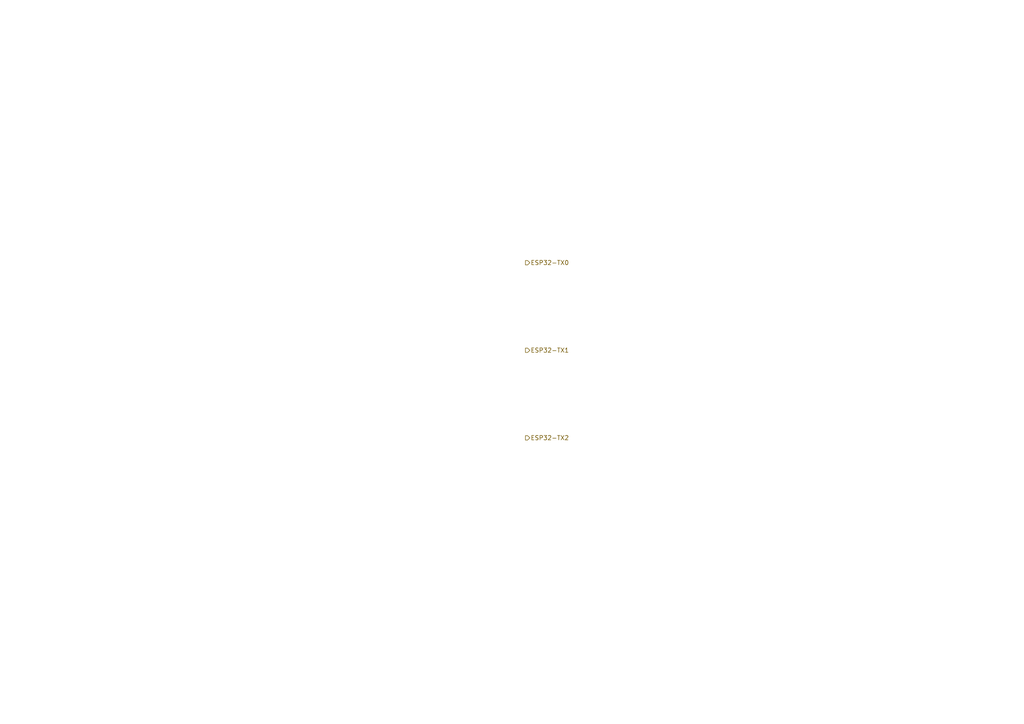
<source format=kicad_sch>
(kicad_sch (version 20230121) (generator eeschema)
  (paper "A4")
  (lib_symbols)
  (hierarchical_label "ESP32-TX0" (shape output) (at 152.4 76.2 0))
  (hierarchical_label "ESP32-TX2" (shape output) (at 152.4 127 0))
  (hierarchical_label "ESP32-TX1" (shape output) (at 152.4 101.6 0))
)
</source>
